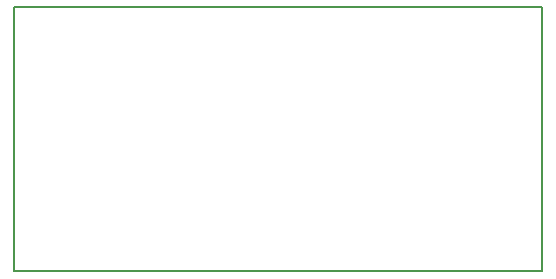
<source format=gbr>
G04 #@! TF.FileFunction,Profile,NP*
%FSLAX46Y46*%
G04 Gerber Fmt 4.6, Leading zero omitted, Abs format (unit mm)*
G04 Created by KiCad (PCBNEW 4.0.1-stable) date 08/09/2016 11:32:39 PM*
%MOMM*%
G01*
G04 APERTURE LIST*
%ADD10C,0.100000*%
%ADD11C,0.150000*%
G04 APERTURE END LIST*
D10*
D11*
X154940000Y-79756000D02*
X110236000Y-79756000D01*
X154940000Y-102108000D02*
X154940000Y-79756000D01*
X110236000Y-102108000D02*
X154940000Y-102108000D01*
X110236000Y-79756000D02*
X110236000Y-102108000D01*
M02*

</source>
